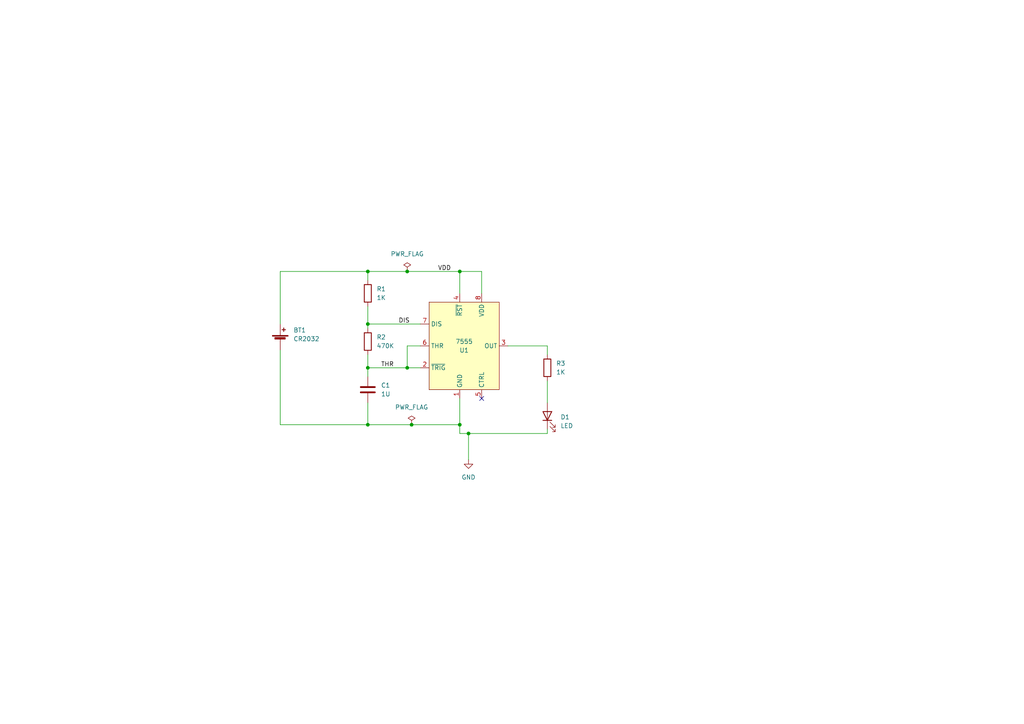
<source format=kicad_sch>
(kicad_sch (version 20211123) (generator eeschema)
  (paper "A4")
  (lib_symbols
    (symbol "Device:Battery_Cell" (pin_numbers hide) (pin_names (offset 0) hide)
      (property "Reference" "BT" (at 2.54 2.54 0))
      (property "Value" "Battery_Cell" (at 2.54 0 0))
      (symbol "Battery_Cell_0_1"
        (rectangle (start -2.286 1.778) (end 2.286 1.524) (fill (type outline)))
        (rectangle (start -1.5748 1.1938) (end 1.4732 0.6858) (fill (type outline)))
        (polyline (pts (xy 0 0.762) (xy 0 0)))
        (polyline (pts (xy 0 1.778) (xy 0 2.54)))
        (polyline (pts (xy 0.508 3.429) (xy 1.524 3.429)) (stroke (width 0.254)))
        (polyline (pts (xy 1.016 3.937) (xy 1.016 2.921)) (stroke (width 0.254)))
      )
      (symbol "Battery_Cell_1_1"
        (pin passive line (at 0 5.08 270) (length 2.54) (name "+") (number "1"))
        (pin passive line (at 0 -2.54 90) (length 2.54) (name "-") (number "2"))
      )
    )
    (symbol "Device:C" (pin_numbers hide) (pin_names (offset 0.254))
      (property "Reference" "C" (at 0.635 2.54 0))
      (property "Value" "C" (at 0.635 -2.54 0))
      (symbol "C_0_1"
        (polyline (pts (xy -2.032 -0.762) (xy 2.032 -0.762)) (stroke (width 0.508)))
        (polyline (pts (xy -2.032 0.762) (xy 2.032 0.762)) (stroke (width 0.508)))
      )
      (symbol "C_1_1"
        (pin passive line (at 0 3.81 270) (length 2.794) (name "~") (number "1"))
        (pin passive line (at 0 -3.81 90) (length 2.794) (name "~") (number "2"))
      )
    )
    (symbol "Device:LED" (pin_numbers hide) (pin_names (offset 1.016) hide)
      (property "Reference" "D" (at 0 2.54 0))
      (property "Value" "LED" (at 0 -2.54 0))
      (symbol "LED_0_1"
        (polyline (pts (xy -1.27 -1.27) (xy -1.27 1.27)) (stroke (width 0.254)))
        (polyline (pts (xy -1.27 0) (xy 1.27 0)))
        (polyline (pts (xy 1.27 -1.27) (xy 1.27 1.27) (xy -1.27 0) (xy 1.27 -1.27)) (stroke (width 0.254)))
        (polyline (pts (xy -3.048 -0.762) (xy -4.572 -2.286) (xy -3.81 -2.286) (xy -4.572 -2.286) (xy -4.572 -1.524)))
        (polyline (pts (xy -1.778 -0.762) (xy -3.302 -2.286) (xy -2.54 -2.286) (xy -3.302 -2.286) (xy -3.302 -1.524)))
      )
      (symbol "LED_1_1"
        (pin passive line (at -3.81 0 0) (length 2.54) (name "K") (number "1"))
        (pin passive line (at 3.81 0 180) (length 2.54) (name "A") (number "2"))
      )
    )
    (symbol "Device:R" (pin_numbers hide) (pin_names (offset 0))
      (property "Reference" "R" (at 2.032 0 90))
      (property "Value" "R" (at 0 0 90))
      (symbol "R_0_1"
        (rectangle (start -1.016 -2.54) (end 1.016 2.54) (stroke (width 0.254)))
      )
      (symbol "R_1_1"
        (pin passive line (at 0 3.81 270) (length 1.27) (name "~") (number "1"))
        (pin passive line (at 0 -3.81 90) (length 1.27) (name "~") (number "2"))
      )
    )
    (symbol "GTB:7555"
      (property "Reference" "U" (at 0 -1.27 0))
      (property "Value" "7555" (at 0 1.27 0))
      (symbol "7555_0_1"
        (rectangle (start -10.16 12.7) (end 10.16 -12.7) (fill (type background)))
      )
      (symbol "7555_1_1"
        (pin power_in line (at -1.27 -15.24 90) (length 2.54) (name "GND") (number "1"))
        (pin input line (at -12.7 -6.35 0) (length 2.54) (name "~{TRIG}") (number "2"))
        (pin output line (at 12.7 0 180) (length 2.54) (name "OUT") (number "3"))
        (pin input line (at -1.27 15.24 270) (length 2.54) (name "~{RST}") (number "4"))
        (pin input line (at 5.08 -15.24 90) (length 2.54) (name "CTRL") (number "5"))
        (pin input line (at -12.7 0 0) (length 2.54) (name "THR") (number "6"))
        (pin input line (at -12.7 6.35 0) (length 2.54) (name "DIS") (number "7"))
        (pin power_in line (at 5.08 15.24 270) (length 2.54) (name "VDD") (number "8"))
      )
    )
    (symbol "power:GND" (power) (pin_names (offset 0))
      (property "Value" "GND" (at 0 -3.81 0))
      (symbol "GND_0_1"
        (polyline (pts (xy 0 0) (xy 0 -1.27) (xy 1.27 -1.27) (xy 0 -2.54) (xy -1.27 -1.27) (xy 0 -1.27)))
      )
      (symbol "GND_1_1"
        (pin power_in line (at 0 0 270) (length 0) hide (name "GND") (number "1"))
      )
    )
    (symbol "power:PWR_FLAG" (power) (pin_numbers hide) (pin_names (offset 0) hide)
      (property "Value" "PWR_FLAG" (at 0 3.81 0))
      (symbol "PWR_FLAG_0_0"
        (pin power_out line (at 0 0 90) (length 0) (name "pwr") (number "1"))
      )
      (symbol "PWR_FLAG_0_1"
        (polyline (pts (xy 0 0) (xy 0 1.27) (xy -1.016 1.905) (xy 0 2.54) (xy 1.016 1.905) (xy 0 1.27)))
      )
    )
  )
  (junction (at 106.68 123.19))
  (junction (at 133.35 78.74))
  (junction (at 106.68 93.98))
  (junction (at 106.68 78.74))
  (junction (at 135.89 125.73))
  (junction (at 133.35 123.19))
  (junction (at 118.11 106.68))
  (junction (at 118.11 78.74))
  (junction (at 106.68 106.68))
  (junction (at 119.38 123.19))
  (no_connect (at 139.7 115.57))
  (wire (pts (xy 106.68 88.9) (xy 106.68 93.98)))
  (wire (pts (xy 133.35 125.73) (xy 135.89 125.73)))
  (wire (pts (xy 133.35 123.19) (xy 133.35 125.73)))
  (wire (pts (xy 106.68 78.74) (xy 106.68 81.28)))
  (wire (pts (xy 118.11 100.33) (xy 118.11 106.68)))
  (wire (pts (xy 81.28 101.6) (xy 81.28 123.19)))
  (wire (pts (xy 118.11 78.74) (xy 133.35 78.74)))
  (wire (pts (xy 147.32 100.33) (xy 158.75 100.33)))
  (wire (pts (xy 81.28 78.74) (xy 81.28 93.98)))
  (wire (pts (xy 106.68 78.74) (xy 118.11 78.74)))
  (wire (pts (xy 106.68 106.68) (xy 118.11 106.68)))
  (wire (pts (xy 158.75 110.49) (xy 158.75 116.84)))
  (wire (pts (xy 118.11 106.68) (xy 121.92 106.68)))
  (wire (pts (xy 133.35 78.74) (xy 139.7 78.74)))
  (wire (pts (xy 133.35 78.74) (xy 133.35 85.09)))
  (wire (pts (xy 135.89 125.73) (xy 135.89 133.35)))
  (wire (pts (xy 139.7 78.74) (xy 139.7 85.09)))
  (wire (pts (xy 106.68 102.87) (xy 106.68 106.68)))
  (wire (pts (xy 158.75 100.33) (xy 158.75 102.87)))
  (wire (pts (xy 81.28 123.19) (xy 106.68 123.19)))
  (wire (pts (xy 106.68 93.98) (xy 106.68 95.25)))
  (wire (pts (xy 119.38 123.19) (xy 133.35 123.19)))
  (wire (pts (xy 133.35 115.57) (xy 133.35 123.19)))
  (wire (pts (xy 81.28 78.74) (xy 106.68 78.74)))
  (wire (pts (xy 106.68 116.84) (xy 106.68 123.19)))
  (wire (pts (xy 106.68 93.98) (xy 121.92 93.98)))
  (wire (pts (xy 158.75 125.73) (xy 158.75 124.46)))
  (wire (pts (xy 106.68 123.19) (xy 119.38 123.19)))
  (wire (pts (xy 135.89 125.73) (xy 158.75 125.73)))
  (wire (pts (xy 106.68 106.68) (xy 106.68 109.22)))
  (wire (pts (xy 121.92 100.33) (xy 118.11 100.33)))
  (label "VDD" (at 127 78.74 0))
  (label "THR" (at 110.49 106.68 0))
  (label "DIS" (at 115.57 93.98 0))
  (symbol (lib_id "power:GND") (at 135.89 133.35 0) (unit 1)
    (property "Reference" "#PWR0101" (effects hide))
    (property "Value" "GND" (at 135.89 138.43 0))
  )
  (symbol (lib_id "power:PWR_FLAG") (at 118.11 78.74 0) (unit 1)
    (property "Reference" "#FLG0101" (effects hide))
    (property "Value" "PWR_FLAG" (at 118.11 73.66 0))
  )
  (symbol (lib_id "Device:LED") (at 158.75 120.65 90) (unit 1)
    (property "Reference" "D1" (at 162.56 120.9674 90) (effects (justify right)))
    (property "Value" "LED" (at 162.56 123.5074 90) (effects (justify right)))
    (property "Footprint" "LED_SMD:LED_0805_2012Metric_Pad1.15x1.40mm_HandSolder" (effects hide))
  )
  (symbol (lib_id "Device:R") (at 106.68 85.09 0) (unit 1)
    (property "Reference" "R1" (at 109.22 83.8199 0) (effects (justify left)))
    (property "Value" "1K" (at 109.22 86.3599 0) (effects (justify left)))
    (property "Footprint" "Resistor_SMD:R_0805_2012Metric_Pad1.20x1.40mm_HandSolder" (effects hide))
  )
  (symbol (lib_id "Device:R") (at 106.68 99.06 0) (unit 1)
    (property "Reference" "R2" (at 109.22 97.7899 0) (effects (justify left)))
    (property "Value" "470K" (at 109.22 100.3299 0) (effects (justify left)))
    (property "Footprint" "Resistor_SMD:R_0805_2012Metric_Pad1.20x1.40mm_HandSolder" (effects hide))
  )
  (symbol (lib_id "Device:R") (at 158.75 106.68 0) (unit 1)
    (property "Reference" "R3" (at 161.29 105.4099 0) (effects (justify left)))
    (property "Value" "1K" (at 161.29 107.9499 0) (effects (justify left)))
    (property "Footprint" "Resistor_SMD:R_0805_2012Metric_Pad1.20x1.40mm_HandSolder" (effects hide))
  )
  (symbol (lib_id "GTB:7555") (at 134.62 100.33 0) (unit 1)
    (property "Reference" "U1" (at 134.62 101.6 0))
    (property "Value" "7555" (at 134.62 99.06 0))
    (property "Footprint" "Package_SO:SOIC-8_3.9x4.9mm_P1.27mm" (effects hide))
  )
  (symbol (lib_id "power:PWR_FLAG") (at 119.38 123.19 0) (unit 1)
    (property "Reference" "#FLG0102" (effects hide))
    (property "Value" "PWR_FLAG" (at 119.38 118.11 0))
  )
  (symbol (lib_id "Device:C") (at 106.68 113.03 0) (unit 1)
    (property "Reference" "C1" (at 110.49 111.7599 0) (effects (justify left)))
    (property "Value" "1U" (at 110.49 114.2999 0) (effects (justify left)))
    (property "Footprint" "Capacitor_SMD:C_0805_2012Metric_Pad1.18x1.45mm_HandSolder" (effects hide))
  )
  (symbol (lib_id "Device:Battery_Cell") (at 81.28 99.06 0) (unit 1)
    (property "Reference" "BT1" (at 85.09 95.7579 0) (effects (justify left)))
    (property "Value" "CR2032" (at 85.09 98.2979 0) (effects (justify left)))
    (property "Footprint" "Blinky:S8211-46R" (effects hide))
  )
)
</source>
